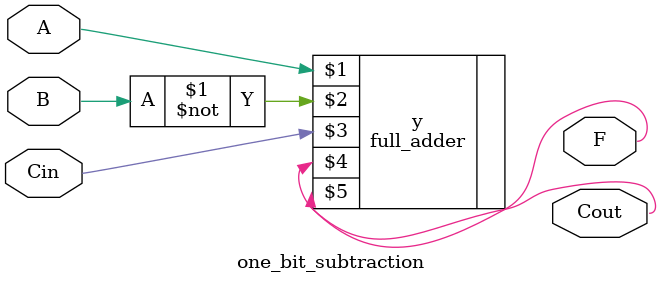
<source format=v>
module one_bit_subtraction(A,B,Cin,F,Cout);
input A,B,Cin;
output F,Cout;
full_adder y(A,~B,Cin,F,Cout);
endmodule


</source>
